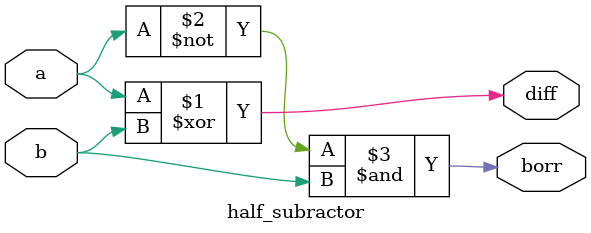
<source format=v>
`timescale 1ns / 1ps

module half_subractor(input a,
                      input b,
                      output diff,
                      output borr);
                      
    assign diff=a^b;
    assign borr=~a&b;
endmodule

</source>
